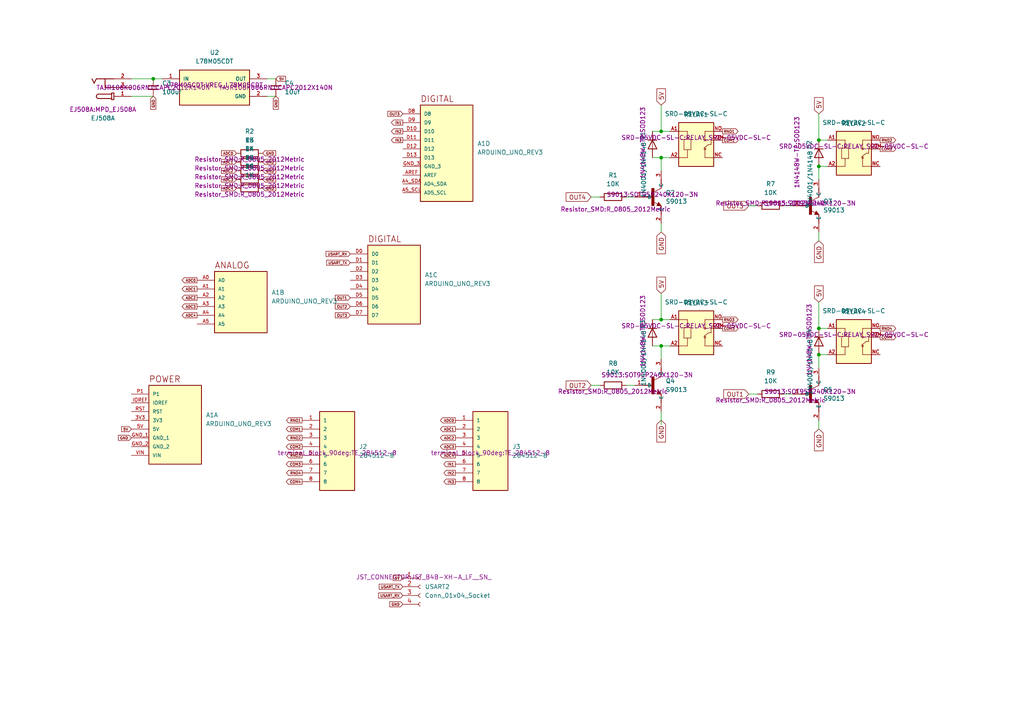
<source format=kicad_sch>
(kicad_sch (version 20250114) (generator "eeschema") (generator_version "9.0")
  (paper "A4")
  (lib_symbols
    (symbol "284512-8:284512-8" (pin_names (offset 1.016))
      (property "Reference" "J" (at -5.58 12.7 0))
      (property "Value" "284512-8" (at -5.08 -12.7 0))
      (symbol "284512-8_0_0"
        (rectangle (start -5.08 -10.16) (end 5.08 12.7) (stroke (width 0.254)) (fill (type background)))
        (pin passive line (at -10.16 10.16 0) (length 5.08) (name "1") (number "1"))
        (pin passive line (at -10.16 7.62 0) (length 5.08) (name "2") (number "2"))
        (pin passive line (at -10.16 5.08 0) (length 5.08) (name "3") (number "3"))
        (pin passive line (at -10.16 2.54 0) (length 5.08) (name "4") (number "4"))
        (pin passive line (at -10.16 0 0) (length 5.08) (name "5") (number "5"))
        (pin passive line (at -10.16 -2.54 0) (length 5.08) (name "6") (number "6"))
        (pin passive line (at -10.16 -5.08 0) (length 5.08) (name "7") (number "7"))
        (pin passive line (at -10.16 -7.62 0) (length 5.08) (name "8") (number "8"))
      )
    )
    (symbol "ARDUINO_UNO_REV3:ARDUINO_UNO_REV3" (pin_names (offset 1.016))
      (property "Reference" "A" (at -7.62 16.002 0))
      (property "Value" "ARDUINO_UNO_REV3" (at -7.62 -12.7 0))
      (symbol "ARDUINO_UNO_REV3_1_0"
        (rectangle (start -7.62 -10.16) (end 7.62 12.7) (stroke (width 0.254)) (fill (type background)))
        (text "POWER" (at -7.62 13.462 0) (effects (font (size 1.778 1.778)) (justify left bottom)))
        (pin bidirectional line (at -12.7 10.16 0) (length 5.08) (name "P1") (number "P1"))
        (pin bidirectional line (at -12.7 7.62 0) (length 5.08) (name "IOREF") (number "IOREF"))
        (pin bidirectional line (at -12.7 5.08 0) (length 5.08) (name "RST") (number "RST"))
        (pin power_in line (at -12.7 2.54 0) (length 5.08) (name "3V3") (number "3V3"))
        (pin power_in line (at -12.7 0 0) (length 5.08) (name "5V") (number "5V"))
        (pin power_in line (at -12.7 -2.54 0) (length 5.08) (name "GND_1") (number "GND_1"))
        (pin power_in line (at -12.7 -5.08 0) (length 5.08) (name "GND_2") (number "GND_2"))
        (pin power_in line (at -12.7 -7.62 0) (length 5.08) (name "VIN") (number "VIN"))
      )
      (symbol "ARDUINO_UNO_REV3_2_0"
        (rectangle (start -7.62 -10.16) (end 7.62 7.62) (stroke (width 0.254)) (fill (type background)))
        (text "ANALOG" (at -7.62 8.382 0) (effects (font (size 1.778 1.778)) (justify left bottom)))
        (pin bidirectional line (at -12.7 5.08 0) (length 5.08) (name "A0") (number "A0"))
        (pin bidirectional line (at -12.7 2.54 0) (length 5.08) (name "A1") (number "A1"))
        (pin bidirectional line (at -12.7 0 0) (length 5.08) (name "A2") (number "A2"))
        (pin bidirectional line (at -12.7 -2.54 0) (length 5.08) (name "A3") (number "A3"))
        (pin bidirectional line (at -12.7 -5.08 0) (length 5.08) (name "A4") (number "A4"))
        (pin bidirectional line (at -12.7 -7.62 0) (length 5.08) (name "A5") (number "A5"))
      )
      (symbol "ARDUINO_UNO_REV3_3_0"
        (rectangle (start -7.62 -12.7) (end 7.62 10.16) (stroke (width 0.254)) (fill (type background)))
        (text "DIGITAL" (at -7.62 10.922 0) (effects (font (size 1.778 1.778)) (justify left bottom)))
        (pin bidirectional line (at -12.7 7.62 0) (length 5.08) (name "D0") (number "D0"))
        (pin bidirectional line (at -12.7 5.08 0) (length 5.08) (name "D1") (number "D1"))
        (pin bidirectional line (at -12.7 2.54 0) (length 5.08) (name "D2") (number "D2"))
        (pin bidirectional line (at -12.7 0 0) (length 5.08) (name "D3") (number "D3"))
        (pin bidirectional line (at -12.7 -2.54 0) (length 5.08) (name "D4") (number "D4"))
        (pin bidirectional line (at -12.7 -5.08 0) (length 5.08) (name "D5") (number "D5"))
        (pin bidirectional line (at -12.7 -7.62 0) (length 5.08) (name "D6") (number "D6"))
        (pin bidirectional line (at -12.7 -10.16 0) (length 5.08) (name "D7") (number "D7"))
      )
      (symbol "ARDUINO_UNO_REV3_4_0"
        (rectangle (start -7.62 -15.24) (end 7.62 12.7) (stroke (width 0.254)) (fill (type background)))
        (text "DIGITAL" (at -7.62 13.462 0) (effects (font (size 1.778 1.778)) (justify left bottom)))
        (pin bidirectional line (at -12.7 10.16 0) (length 5.08) (name "D8") (number "D8"))
        (pin bidirectional line (at -12.7 7.62 0) (length 5.08) (name "D9") (number "D9"))
        (pin bidirectional line (at -12.7 5.08 0) (length 5.08) (name "D10") (number "D10"))
        (pin bidirectional line (at -12.7 2.54 0) (length 5.08) (name "D11") (number "D11"))
        (pin bidirectional line (at -12.7 0 0) (length 5.08) (name "D12") (number "D12"))
        (pin bidirectional line (at -12.7 -2.54 0) (length 5.08) (name "D13") (number "D13"))
        (pin power_in line (at -12.7 -5.08 0) (length 5.08) (name "GND_3") (number "GND_3"))
        (pin bidirectional line (at -12.7 -7.62 0) (length 5.08) (name "AREF") (number "AREF"))
        (pin bidirectional line (at -12.7 -10.16 0) (length 5.08) (name "AD4_SDA") (number "A4_SDA"))
        (pin bidirectional line (at -12.7 -12.7 0) (length 5.08) (name "AD5_SCL") (number "A5_SCL"))
      )
    )
    (symbol "Connector:Conn_01x04_Socket" (pin_names (offset 1.016) (hide yes))
      (property "Reference" "J" (at 0 5.08 0))
      (property "Value" "Conn_01x04_Socket" (at 0 -7.62 0))
      (symbol "Conn_01x04_Socket_1_1"
        (polyline (pts (xy -1.27 2.54) (xy -0.508 2.54)) (stroke (width 0.1524)))
        (polyline (pts (xy -1.27 0) (xy -0.508 0)) (stroke (width 0.1524)))
        (polyline (pts (xy -1.27 -2.54) (xy -0.508 -2.54)) (stroke (width 0.1524)))
        (polyline (pts (xy -1.27 -5.08) (xy -0.508 -5.08)) (stroke (width 0.1524)))
        (arc (start 0 2.032) (mid -0.5058 2.54) (end 0 3.048) (stroke (width 0.1524)))
        (arc (start 0 -0.508) (mid -0.5058 0) (end 0 0.508) (stroke (width 0.1524)))
        (arc (start 0 -3.048) (mid -0.5058 -2.54) (end 0 -2.032) (stroke (width 0.1524)))
        (arc (start 0 -5.588) (mid -0.5058 -5.08) (end 0 -4.572) (stroke (width 0.1524)))
        (pin passive line (at -5.08 2.54 0) (length 3.81) (name "Pin_1") (number "1"))
        (pin passive line (at -5.08 0 0) (length 3.81) (name "Pin_2") (number "2"))
        (pin passive line (at -5.08 -2.54 0) (length 3.81) (name "Pin_3") (number "3"))
        (pin passive line (at -5.08 -5.08 0) (length 3.81) (name "Pin_4") (number "4"))
      )
    )
    (symbol "Device:C_Small" (pin_numbers (hide yes)) (pin_names (offset 0.254) (hide yes))
      (property "Reference" "C" (at 0.254 1.778 0))
      (property "Value" "C_Small" (at 0.254 -2.032 0))
      (symbol "C_Small_0_1"
        (polyline (pts (xy -1.524 0.508) (xy 1.524 0.508)) (stroke (width 0.3048)))
        (polyline (pts (xy -1.524 -0.508) (xy 1.524 -0.508)) (stroke (width 0.3302)))
      )
      (symbol "C_Small_1_1"
        (pin passive line (at 0 2.54 270) (length 2.032) (name "~") (number "1"))
        (pin passive line (at 0 -2.54 90) (length 2.032) (name "~") (number "2"))
      )
    )
    (symbol "Device:R" (pin_numbers (hide yes)) (pin_names (offset 0))
      (property "Reference" "R" (at 2.032 0 90))
      (property "Value" "R" (at 0 0 90))
      (symbol "R_0_1"
        (rectangle (start -1.016 -2.54) (end 1.016 2.54) (stroke (width 0.254)))
      )
      (symbol "R_1_1"
        (pin passive line (at 0 3.81 270) (length 1.27) (name "~") (number "1"))
        (pin passive line (at 0 -3.81 90) (length 1.27) (name "~") (number "2"))
      )
    )
    (symbol "Diode:1N4001" (pin_numbers (hide yes)) (pin_names (hide yes))
      (property "Reference" "D" (at 0 2.54 0))
      (property "Value" "1N4001" (at 0 -2.54 0))
      (symbol "1N4001_0_1"
        (polyline (pts (xy -1.27 1.27) (xy -1.27 -1.27)) (stroke (width 0.254)))
        (polyline (pts (xy 1.27 1.27) (xy 1.27 -1.27) (xy -1.27 0) (xy 1.27 1.27)) (stroke (width 0.254)))
        (polyline (pts (xy 1.27 0) (xy -1.27 0)))
      )
      (symbol "1N4001_1_1"
        (pin passive line (at -3.81 0 0) (length 2.54) (name "K") (number "1"))
        (pin passive line (at 3.81 0 180) (length 2.54) (name "A") (number "2"))
      )
    )
    (symbol "EJ508A:EJ508A" (pin_names (offset 1.016))
      (property "Reference" "J" (at -5.08 5.08 0))
      (property "Value" "EJ508A" (at -5.08 -7.62 0))
      (symbol "EJ508A_0_0"
        (polyline (pts (xy -5.715 -1.27) (xy -6.35 -2.54)) (stroke (width 0.254)))
        (polyline (pts (xy -5.08 -2.54) (xy -5.715 -1.27)) (stroke (width 0.254)))
        (arc (start -5.08 2.54) (mid -4.894 2.989) (end -4.445 3.175) (stroke (width 0.254)))
        (arc (start -4.445 1.905) (mid -4.894 2.091) (end -5.08 2.54) (stroke (width 0.254)))
        (polyline (pts (xy -4.445 1.905) (xy -0.635 1.905)) (stroke (width 0.254)))
        (polyline (pts (xy -2.54 0) (xy -2.54 -2.54)) (stroke (width 0.254)))
        (polyline (pts (xy -2.54 -2.54) (xy -5.08 -2.54)) (stroke (width 0.254)))
        (polyline (pts (xy -0.635 3.4925) (xy 0 3.4925)) (stroke (width 0.254)))
        (polyline (pts (xy -0.635 3.175) (xy -4.445 3.175)) (stroke (width 0.254)))
        (polyline (pts (xy -0.635 3.175) (xy -0.635 3.4925)) (stroke (width 0.254)))
        (polyline (pts (xy -0.635 1.905) (xy -0.635 3.175)) (stroke (width 0.254)))
        (polyline (pts (xy -0.635 1.5875) (xy -0.635 1.905)) (stroke (width 0.254)))
        (polyline (pts (xy 0 3.4925) (xy 0 1.5875)) (stroke (width 0.254)))
        (polyline (pts (xy 0 1.5875) (xy -0.635 1.5875)) (stroke (width 0.254)))
        (polyline (pts (xy 0 0) (xy -2.54 0)) (stroke (width 0.254)))
        (polyline (pts (xy 0 -2.54) (xy -2.54 -2.54)) (stroke (width 0.254)))
        (pin passive line (at 5.08 2.54 180) (length 5.08) (name "~") (number "1"))
        (pin passive line (at 5.08 0 180) (length 5.08) (name "~") (number "3"))
        (pin passive line (at 5.08 -2.54 180) (length 5.08) (name "~") (number "2"))
      )
    )
    (symbol "L78M05CDT:L78M05CDT" (pin_names (offset 1.016))
      (property "Reference" "U" (at -10.16 6.35 0))
      (property "Value" "L78M05CDT" (at -10.16 -6.35 0))
      (symbol "L78M05CDT_0_0"
        (rectangle (start -10.16 -5.08) (end 10.16 5.08) (stroke (width 0.254)) (fill (type background)))
        (pin input line (at -15.24 2.54 0) (length 5.08) (name "IN") (number "1"))
        (pin output line (at 15.24 2.54 180) (length 5.08) (name "OUT") (number "3"))
        (pin power_in line (at 15.24 -2.54 180) (length 5.08) (name "GND") (number "2"))
      )
    )
    (symbol "S9013:S9013" (pin_names (offset 1.016))
      (property "Reference" "Q" (at 5.0809 0 0))
      (property "Value" "S9013" (at 5.0823 -2.5411 0))
      (symbol "S9013_0_0"
        (polyline (pts (xy -2.54 0) (xy 0 0)) (stroke (width 0.254)))
        (rectangle (start -0.2542 -2.5416) (end 0.508 2.54) (stroke (width 0.1)) (fill (type outline)))
        (polyline (pts (xy 1.27 -2.54) (xy 1.778 -1.524)) (stroke (width 0.1524)))
        (polyline (pts (xy 1.524 -2.286) (xy 1.905 -2.286)) (stroke (width 0.254)))
        (polyline (pts (xy 1.524 -2.413) (xy 2.286 -2.413)) (stroke (width 0.254)))
        (polyline (pts (xy 1.54 -2.04) (xy 0.308 -1.424)) (stroke (width 0.1524)))
        (polyline (pts (xy 1.778 -1.524) (xy 2.54 -2.54)) (stroke (width 0.1524)))
        (polyline (pts (xy 1.778 -1.778) (xy 1.524 -2.286)) (stroke (width 0.254)))
        (polyline (pts (xy 1.905 -2.286) (xy 1.778 -2.032)) (stroke (width 0.254)))
        (polyline (pts (xy 2.286 -2.413) (xy 1.778 -1.778)) (stroke (width 0.254)))
        (polyline (pts (xy 2.54 5.08) (xy 2.54 2.54)) (stroke (width 0.254)))
        (polyline (pts (xy 2.54 2.54) (xy 0.508 1.524)) (stroke (width 0.1524)))
        (polyline (pts (xy 2.54 -2.54) (xy 1.27 -2.54)) (stroke (width 0.1524)))
        (polyline (pts (xy 2.54 -2.54) (xy 2.54 -5.08)) (stroke (width 0.254)))
        (pin passive line (at -5.08 0 0) (length 2.54) (name "B") (number "1"))
        (pin passive line (at 2.54 7.62 270) (length 2.54) (name "C") (number "3"))
        (pin passive line (at 2.54 -7.62 90) (length 2.54) (name "E") (number "2"))
      )
    )
    (symbol "SRD-05VDC-SL-C:SRD-05VDC-SL-C" (pin_names (offset 1.016))
      (property "Reference" "K" (at -5.0809 5.843 0))
      (property "Value" "SRD-05VDC-SL-C" (at -5.0832 -10.1664 0))
      (symbol "SRD-05VDC-SL-C_0_0"
        (polyline (pts (xy -5.08 2.54) (xy -2.54 2.54)) (stroke (width 0.1524)))
        (rectangle (start -5.08 -7.62) (end 5.08 5.08) (stroke (width 0.254)) (fill (type background)))
        (polyline (pts (xy -3.556 0.254) (xy -3.556 -2.794)) (stroke (width 0.1524)))
        (polyline (pts (xy -3.556 -2.794) (xy -2.54 -2.794)) (stroke (width 0.1524)))
        (polyline (pts (xy -2.54 2.54) (xy -2.54 0.254)) (stroke (width 0.1524)))
        (polyline (pts (xy -2.54 0.254) (xy -3.556 0.254)) (stroke (width 0.1524)))
        (polyline (pts (xy -2.54 -2.794) (xy -2.54 -5.08)) (stroke (width 0.1524)))
        (polyline (pts (xy -2.54 -2.794) (xy -1.524 -2.794)) (stroke (width 0.1524)))
        (polyline (pts (xy -2.54 -5.08) (xy -5.08 -5.08)) (stroke (width 0.1524)))
        (polyline (pts (xy -1.524 0.254) (xy -2.54 0.254)) (stroke (width 0.1524)))
        (polyline (pts (xy -1.524 -2.794) (xy -1.524 0.254)) (stroke (width 0.1524)))
        (polyline (pts (xy 2.54 2.54) (xy 2.54 0)) (stroke (width 0.1524)))
        (circle (center 2.54 0) (radius 0.254) (stroke (width 0.1524)))
        (polyline (pts (xy 2.54 -2.54) (xy 2.54 -5.08)) (stroke (width 0.1524)))
        (circle (center 2.54 -2.54) (radius 0.254) (stroke (width 0.1524)))
        (polyline (pts (xy 2.54 -5.08) (xy 5.08 -5.08)) (stroke (width 0.1524)))
        (polyline (pts (xy 3.556 -1.27) (xy 2.286 -2.286)) (stroke (width 0.1524)))
        (polyline (pts (xy 3.556 -1.27) (xy 4.318 -1.27)) (stroke (width 0.1524)))
        (polyline (pts (xy 4.318 0) (xy 5.08 0)) (stroke (width 0.1524)))
        (polyline (pts (xy 4.318 -1.27) (xy 4.318 0)) (stroke (width 0.1524)))
        (polyline (pts (xy 5.08 2.54) (xy 2.54 2.54)) (stroke (width 0.1524)))
        (pin passive line (at -7.62 2.54 0) (length 2.54) (name "~") (number "A1"))
        (pin passive line (at -7.62 -5.08 0) (length 2.54) (name "~") (number "A2"))
        (pin passive line (at 7.62 2.54 180) (length 2.54) (name "~") (number "NO"))
        (pin passive line (at 7.62 0 180) (length 2.54) (name "~") (number "COM"))
        (pin passive line (at 7.62 -5.08 180) (length 2.54) (name "~") (number "NC"))
      )
    )
  )
  (junction (at 237.49 102.87))
  (junction (at 191.77 45.72))
  (junction (at 237.49 95.25))
  (junction (at 191.77 92.71))
  (junction (at 237.49 48.26))
  (junction (at 237.49 40.64))
  (junction (at 191.77 38.1))
  (junction (at 44.45 22.86))
  (junction (at 191.77 100.33))
  (wire (pts (xy 191.77 119.38) (xy 191.77 123.19)))
  (wire (pts (xy 237.49 33.02) (xy 237.49 40.64)))
  (wire (pts (xy 191.77 45.72) (xy 191.77 49.53)))
  (wire (pts (xy 191.77 30.48) (xy 191.77 38.1)))
  (wire (pts (xy 237.49 95.25) (xy 240.03 95.25)))
  (wire (pts (xy 191.77 100.33) (xy 194.31 100.33)))
  (wire (pts (xy 191.77 85.09) (xy 191.77 92.71)))
  (wire (pts (xy 191.77 64.77) (xy 191.77 67.31)))
  (wire (pts (xy 189.23 100.33) (xy 191.77 100.33)))
  (wire (pts (xy 237.49 121.92) (xy 237.49 124.46)))
  (wire (pts (xy 217.17 114.3) (xy 219.71 114.3)))
  (wire (pts (xy 80.01 22.86) (xy 77.47 22.86)))
  (wire (pts (xy 171.45 111.76) (xy 173.99 111.76)))
  (wire (pts (xy 44.45 22.86) (xy 46.99 22.86)))
  (wire (pts (xy 181.61 57.15) (xy 184.15 57.15)))
  (wire (pts (xy 38.1 22.86) (xy 44.45 22.86)))
  (wire (pts (xy 237.49 102.87) (xy 240.03 102.87)))
  (wire (pts (xy 189.23 92.71) (xy 191.77 92.71)))
  (wire (pts (xy 227.33 59.69) (xy 229.87 59.69)))
  (wire (pts (xy 191.77 38.1) (xy 194.31 38.1)))
  (wire (pts (xy 237.49 87.63) (xy 237.49 95.25)))
  (wire (pts (xy 189.23 38.1) (xy 191.77 38.1)))
  (wire (pts (xy 217.17 59.69) (xy 219.71 59.69)))
  (wire (pts (xy 237.49 67.31) (xy 237.49 69.85)))
  (wire (pts (xy 184.15 111.76) (xy 181.61 111.76)))
  (wire (pts (xy 237.49 40.64) (xy 240.03 40.64)))
  (wire (pts (xy 237.49 48.26) (xy 240.03 48.26)))
  (wire (pts (xy 237.49 102.87) (xy 237.49 106.68)))
  (wire (pts (xy 237.49 48.26) (xy 237.49 52.07)))
  (wire (pts (xy 227.33 114.3) (xy 229.87 114.3)))
  (wire (pts (xy 189.23 45.72) (xy 191.77 45.72)))
  (wire (pts (xy 191.77 92.71) (xy 194.31 92.71)))
  (wire (pts (xy 38.1 27.94) (xy 44.45 27.94)))
  (wire (pts (xy 80.01 27.94) (xy 77.47 27.94)))
  (wire (pts (xy 171.45 57.15) (xy 173.99 57.15)))
  (wire (pts (xy 191.77 100.33) (xy 191.77 104.14)))
  (wire (pts (xy 191.77 45.72) (xy 194.31 45.72)))
  (global_label "5V" (shape input) (at 237.49 33.02 90) (property "Intersheetrefs" "${INTERSHEET_REFS}" (effects (hide yes))))
  (global_label "ADC2" (shape output) (at 57.15 86.36 180) (effects (font (size 0.762 0.762))) (property "Intersheetrefs" "${INTERSHEET_REFS}" (effects (hide yes))))
  (global_label "OUT4" (shape input) (at 171.45 57.15 180) (property "Intersheetrefs" "${INTERSHEET_REFS}" (effects (hide yes))))
  (global_label "ADC4" (shape input) (at 68.58 54.61 180) (effects (font (size 0.762 0.762))) (property "Intersheetrefs" "${INTERSHEET_REFS}" (effects (hide yes))))
  (global_label "OUT1" (shape input) (at 217.17 114.3 180) (property "Intersheetrefs" "${INTERSHEET_REFS}" (effects (hide yes))))
  (global_label "RNO2" (shape output) (at 255.27 40.64 0) (effects (font (size 0.762 0.762))) (property "Intersheetrefs" "${INTERSHEET_REFS}" (effects (hide yes))))
  (global_label "IN1" (shape output) (at 116.84 35.56 180) (effects (font (size 0.762 0.762))) (property "Intersheetrefs" "${INTERSHEET_REFS}" (effects (hide yes))))
  (global_label "ADC3" (shape input) (at 68.58 52.07 180) (effects (font (size 0.762 0.762))) (property "Intersheetrefs" "${INTERSHEET_REFS}" (effects (hide yes))))
  (global_label "GND" (shape input) (at 237.49 69.85 270) (property "Intersheetrefs" "${INTERSHEET_REFS}" (effects (hide yes))))
  (global_label "5V" (shape input) (at 191.77 85.09 90) (property "Intersheetrefs" "${INTERSHEET_REFS}" (effects (hide yes))))
  (global_label "5V" (shape input) (at 116.84 167.64 180) (effects (font (size 0.762 0.762))) (property "Intersheetrefs" "${INTERSHEET_REFS}" (effects (hide yes))))
  (global_label "OUT3" (shape input) (at 217.17 59.69 180) (property "Intersheetrefs" "${INTERSHEET_REFS}" (effects (hide yes))))
  (global_label "ADC3" (shape output) (at 132.08 129.54 180) (effects (font (size 0.762 0.762))) (property "Intersheetrefs" "${INTERSHEET_REFS}" (effects (hide yes))))
  (global_label "COM2" (shape output) (at 87.63 129.54 180) (effects (font (size 0.762 0.762))) (property "Intersheetrefs" "${INTERSHEET_REFS}" (effects (hide yes))))
  (global_label "COM1" (shape output) (at 209.55 40.64 0) (effects (font (size 0.762 0.762))) (property "Intersheetrefs" "${INTERSHEET_REFS}" (effects (hide yes))))
  (global_label "ADC2" (shape input) (at 68.58 49.53 180) (effects (font (size 0.762 0.762))) (property "Intersheetrefs" "${INTERSHEET_REFS}" (effects (hide yes))))
  (global_label "COM3" (shape output) (at 209.55 95.25 0) (effects (font (size 0.762 0.762))) (property "Intersheetrefs" "${INTERSHEET_REFS}" (effects (hide yes))))
  (global_label "COM3" (shape output) (at 87.63 134.62 180) (effects (font (size 0.762 0.762))) (property "Intersheetrefs" "${INTERSHEET_REFS}" (effects (hide yes))))
  (global_label "COM4" (shape output) (at 255.27 97.79 0) (effects (font (size 0.762 0.762))) (property "Intersheetrefs" "${INTERSHEET_REFS}" (effects (hide yes))))
  (global_label "ADC3" (shape output) (at 57.15 88.9 180) (effects (font (size 0.762 0.762))) (property "Intersheetrefs" "${INTERSHEET_REFS}" (effects (hide yes))))
  (global_label "IN3" (shape output) (at 132.08 139.7 180) (effects (font (size 0.762 0.762))) (property "Intersheetrefs" "${INTERSHEET_REFS}" (effects (hide yes))))
  (global_label "OUT2" (shape input) (at 101.6 88.9 180) (effects (font (size 0.762 0.762))) (property "Intersheetrefs" "${INTERSHEET_REFS}" (effects (hide yes))))
  (global_label "RNO1" (shape output) (at 209.55 38.1 0) (effects (font (size 0.762 0.762))) (property "Intersheetrefs" "${INTERSHEET_REFS}" (effects (hide yes))))
  (global_label "GND" (shape input) (at 38.1 127 180) (effects (font (size 0.762 0.762))) (property "Intersheetrefs" "${INTERSHEET_REFS}" (effects (hide yes))))
  (global_label "RNO3" (shape output) (at 209.55 92.71 0) (effects (font (size 0.762 0.762))) (property "Intersheetrefs" "${INTERSHEET_REFS}" (effects (hide yes))))
  (global_label "5V" (shape input) (at 80.01 22.86 0) (effects (font (size 0.762 0.762))) (property "Intersheetrefs" "${INTERSHEET_REFS}" (effects (hide yes))))
  (global_label "GND" (shape input) (at 76.2 44.45 0) (effects (font (size 0.762 0.762))) (property "Intersheetrefs" "${INTERSHEET_REFS}" (effects (hide yes))))
  (global_label "ADC4" (shape output) (at 57.15 91.44 180) (effects (font (size 0.762 0.762))) (property "Intersheetrefs" "${INTERSHEET_REFS}" (effects (hide yes))))
  (global_label "RNO4" (shape output) (at 87.63 137.16 180) (effects (font (size 0.762 0.762))) (property "Intersheetrefs" "${INTERSHEET_REFS}" (effects (hide yes))))
  (global_label "IN2" (shape output) (at 132.08 137.16 180) (effects (font (size 0.762 0.762))) (property "Intersheetrefs" "${INTERSHEET_REFS}" (effects (hide yes))))
  (global_label "ADC1" (shape output) (at 132.08 124.46 180) (effects (font (size 0.762 0.762))) (property "Intersheetrefs" "${INTERSHEET_REFS}" (effects (hide yes))))
  (global_label "GND" (shape input) (at 191.77 121.92 270) (property "Intersheetrefs" "${INTERSHEET_REFS}" (effects (hide yes))))
  (global_label "ADC1" (shape input) (at 68.58 46.99 180) (effects (font (size 0.762 0.762))) (property "Intersheetrefs" "${INTERSHEET_REFS}" (effects (hide yes))))
  (global_label "IN1" (shape output) (at 132.08 134.62 180) (effects (font (size 0.762 0.762))) (property "Intersheetrefs" "${INTERSHEET_REFS}" (effects (hide yes))))
  (global_label "ADC0" (shape output) (at 132.08 121.92 180) (effects (font (size 0.762 0.762))) (property "Intersheetrefs" "${INTERSHEET_REFS}" (effects (hide yes))))
  (global_label "RNO2" (shape output) (at 87.63 127 180) (effects (font (size 0.762 0.762))) (property "Intersheetrefs" "${INTERSHEET_REFS}" (effects (hide yes))))
  (global_label "ADC1" (shape output) (at 57.15 83.82 180) (effects (font (size 0.762 0.762))) (property "Intersheetrefs" "${INTERSHEET_REFS}" (effects (hide yes))))
  (global_label "RNO1" (shape output) (at 87.63 121.92 180) (effects (font (size 0.762 0.762))) (property "Intersheetrefs" "${INTERSHEET_REFS}" (effects (hide yes))))
  (global_label "USART_TX" (shape input) (at 101.6 76.2 180) (effects (font (size 0.762 0.762))) (property "Intersheetrefs" "${INTERSHEET_REFS}" (effects (hide yes))))
  (global_label "COM4" (shape output) (at 87.63 139.7 180) (effects (font (size 0.762 0.762))) (property "Intersheetrefs" "${INTERSHEET_REFS}" (effects (hide yes))))
  (global_label "GND" (shape input) (at 76.2 52.07 0) (effects (font (size 0.762 0.762))) (property "Intersheetrefs" "${INTERSHEET_REFS}" (effects (hide yes))))
  (global_label "USART_RX" (shape input) (at 101.6 73.66 180) (effects (font (size 0.762 0.762))) (property "Intersheetrefs" "${INTERSHEET_REFS}" (effects (hide yes))))
  (global_label "OUT2" (shape input) (at 171.45 111.76 180) (property "Intersheetrefs" "${INTERSHEET_REFS}" (effects (hide yes))))
  (global_label "ADC0" (shape output) (at 57.15 81.28 180) (effects (font (size 0.762 0.762))) (property "Intersheetrefs" "${INTERSHEET_REFS}" (effects (hide yes))))
  (global_label "5V" (shape input) (at 191.77 30.48 90) (property "Intersheetrefs" "${INTERSHEET_REFS}" (effects (hide yes))))
  (global_label "GND" (shape input) (at 76.2 46.99 0) (effects (font (size 0.762 0.762))) (property "Intersheetrefs" "${INTERSHEET_REFS}" (effects (hide yes))))
  (global_label "RNO3" (shape output) (at 87.63 132.08 180) (effects (font (size 0.762 0.762))) (property "Intersheetrefs" "${INTERSHEET_REFS}" (effects (hide yes))))
  (global_label "ADC4" (shape output) (at 132.08 132.08 180) (effects (font (size 0.762 0.762))) (property "Intersheetrefs" "${INTERSHEET_REFS}" (effects (hide yes))))
  (global_label "USART_RX" (shape input) (at 116.84 172.72 180) (effects (font (size 0.762 0.762))) (property "Intersheetrefs" "${INTERSHEET_REFS}" (effects (hide yes))))
  (global_label "5V" (shape input) (at 38.1 124.46 180) (effects (font (size 0.762 0.762))) (property "Intersheetrefs" "${INTERSHEET_REFS}" (effects (hide yes))))
  (global_label "GND" (shape input) (at 237.49 124.46 270) (property "Intersheetrefs" "${INTERSHEET_REFS}" (effects (hide yes))))
  (global_label "GND" (shape input) (at 116.84 175.26 180) (effects (font (size 0.762 0.762))) (property "Intersheetrefs" "${INTERSHEET_REFS}" (effects (hide yes))))
  (global_label "ADC0" (shape input) (at 68.58 44.45 180) (effects (font (size 0.762 0.762))) (property "Intersheetrefs" "${INTERSHEET_REFS}" (effects (hide yes))))
  (global_label "USART_TX" (shape input) (at 116.84 170.18 180) (effects (font (size 0.762 0.762))) (property "Intersheetrefs" "${INTERSHEET_REFS}" (effects (hide yes))))
  (global_label "GND" (shape input) (at 76.2 49.53 0) (effects (font (size 0.762 0.762))) (property "Intersheetrefs" "${INTERSHEET_REFS}" (effects (hide yes))))
  (global_label "GND" (shape input) (at 44.45 27.94 270) (effects (font (size 0.762 0.762))) (property "Intersheetrefs" "${INTERSHEET_REFS}" (effects (hide yes))))
  (global_label "GND" (shape input) (at 80.01 27.94 270) (effects (font (size 0.762 0.762))) (property "Intersheetrefs" "${INTERSHEET_REFS}" (effects (hide yes))))
  (global_label "ADC2" (shape output) (at 132.08 127 180) (effects (font (size 0.762 0.762))) (property "Intersheetrefs" "${INTERSHEET_REFS}" (effects (hide yes))))
  (global_label "COM2" (shape output) (at 255.27 43.18 0) (effects (font (size 0.762 0.762))) (property "Intersheetrefs" "${INTERSHEET_REFS}" (effects (hide yes))))
  (global_label "COM1" (shape output) (at 87.63 124.46 180) (effects (font (size 0.762 0.762))) (property "Intersheetrefs" "${INTERSHEET_REFS}" (effects (hide yes))))
  (global_label "5V" (shape input) (at 237.49 87.63 90) (property "Intersheetrefs" "${INTERSHEET_REFS}" (effects (hide yes))))
  (global_label "IN3" (shape output) (at 116.84 40.64 180) (effects (font (size 0.762 0.762))) (property "Intersheetrefs" "${INTERSHEET_REFS}" (effects (hide yes))))
  (global_label "OUT1" (shape input) (at 101.6 86.36 180) (effects (font (size 0.762 0.762))) (property "Intersheetrefs" "${INTERSHEET_REFS}" (effects (hide yes))))
  (global_label "OUT3" (shape input) (at 116.84 33.02 180) (effects (font (size 0.762 0.762))) (property "Intersheetrefs" "${INTERSHEET_REFS}" (effects (hide yes))))
  (global_label "RNO4" (shape output) (at 255.27 95.25 0) (effects (font (size 0.762 0.762))) (property "Intersheetrefs" "${INTERSHEET_REFS}" (effects (hide yes))))
  (global_label "OUT3" (shape input) (at 101.6 91.44 180) (effects (font (size 0.762 0.762))) (property "Intersheetrefs" "${INTERSHEET_REFS}" (effects (hide yes))))
  (global_label "GND" (shape input) (at 191.77 67.31 270) (property "Intersheetrefs" "${INTERSHEET_REFS}" (effects (hide yes))))
  (global_label "GND" (shape input) (at 76.2 54.61 0) (effects (font (size 0.762 0.762))) (property "Intersheetrefs" "${INTERSHEET_REFS}" (effects (hide yes))))
  (global_label "IN2" (shape output) (at 116.84 38.1 180) (effects (font (size 0.762 0.762))) (property "Intersheetrefs" "${INTERSHEET_REFS}" (effects (hide yes))))
  (symbol (lib_id "Device:R") (at 72.39 54.61 90) (unit 1)
    (property "Reference" "R6" (at 72.39 48.26 90))
    (property "Value" "1K" (at 72.39 50.8 90))
    (property "Footprint" "Resistor_SMD:R_0805_2012Metric" (at 72.39 56.388 90))
    (property "Description" "Resistor" (effects (hide yes)))
  )
  (symbol (lib_id "Device:C_Small") (at 80.01 25.4 0) (unit 1)
    (property "Reference" "C4" (at 82.55 24.1362 0) (effects (justify left)))
    (property "Value" "10uf" (at 82.55 26.6762 0) (effects (justify left)))
    (property "Footprint" "TAJR106K006RNJ:CAPC2012X140N" (at 80.01 25.4 0))
    (property "Description" "Unpolarized capacitor, small symbol" (effects (hide yes)))
  )
  (symbol (lib_id "Device:R") (at 72.39 52.07 90) (unit 1)
    (property "Reference" "R5" (at 72.39 45.72 90))
    (property "Value" "1K" (at 72.39 48.26 90))
    (property "Footprint" "Resistor_SMD:R_0805_2012Metric" (at 72.39 53.848 90))
    (property "Description" "Resistor" (effects (hide yes)))
  )
  (symbol (lib_id "L78M05CDT:L78M05CDT") (at 62.23 25.4 0) (unit 1)
    (property "Reference" "U2" (at 62.23 15.24 0))
    (property "Value" "L78M05CDT" (at 62.23 17.78 0))
    (property "Footprint" "L78M05CDT:VREG_L78M05CDT" (at 62.23 25.4 0) (effects (justify bottom)))
    (property "MF" "STMicroelectronics" (effects (hide yes)))
    (property "MAXIMUM_PACKAGE_HEIGHT" "2.4 mm" (effects (hide yes)))
    (property "Package" "TO-252-3 STMicroelectronics" (effects (hide yes)))
    (property "Price" "None" (effects (hide yes)))
    (property "Check_prices" "https://www.snapeda.com/parts/L78M05CDT/STMicroelectronics/view-part/?ref=eda" (effects (hide yes)))
    (property "STANDARD" "Manufacturer Recommendations" (effects (hide yes)))
    (property "PARTREV" "24" (effects (hide yes)))
    (property "SnapEDA_Link" "https://www.snapeda.com/parts/L78M05CDT/STMicroelectronics/view-part/?ref=snap" (effects (hide yes)))
    (property "MP" "L78M05CDT" (effects (hide yes)))
    (property "Description_1" "7805 based precision 5V fixed regulator with output current of up to 500mA and wide temperature operating range of 0°C to 150°C." (effects (hide yes)))
    (property "Availability" "In Stock" (effects (hide yes)))
    (property "MANUFACTURER" "STMicroelectronics" (effects (hide yes)))
  )
  (symbol (lib_id "ARDUINO_UNO_REV3:ARDUINO_UNO_REV3") (at 114.3 81.28 0) (unit 3)
    (property "Reference" "A1" (at 123.19 79.7399 0) (effects (justify left)))
    (property "Value" "ARDUINO_UNO_REV3" (at 123.19 82.2799 0) (effects (justify left)))
    (property "Footprint" "ARDUINO_UNO_REV3:ARDUINO_ARDUINO_UNO_REV3" (effects (hide yes)))
    (property "MF" "Arduino" (effects (hide yes)))
    (property "MAXIMUM_PACKAGE_HEIGHT" "N/A" (effects (hide yes)))
    (property "Package" "Non-Standard Arduino" (effects (hide yes)))
    (property "Price" "None" (effects (hide yes)))
    (property "Check_prices" "https://www.snapeda.com/parts/Arduino%20Uno%20Rev3/Arduino/view-part/?ref=eda" (effects (hide yes)))
    (property "STANDARD" "Manufacturer Recommendations" (effects (hide yes)))
    (property "PARTREV" "N/A" (effects (hide yes)))
    (property "SnapEDA_Link" "https://www.snapeda.com/parts/Arduino%20Uno%20Rev3/Arduino/view-part/?ref=snap" (effects (hide yes)))
    (property "MP" "Arduino Uno Rev3" (effects (hide yes)))
    (property "Description_1" "Microcontroller board based on the ATmega328P." (effects (hide yes)))
    (property "MANUFACTURER" "Arduino" (effects (hide yes)))
    (property "Availability" "Not in stock" (effects (hide yes)))
    (property "SNAPEDA_PN" "ARDUINO UNO REV3" (effects (hide yes)))
  )
  (symbol (lib_id "SRD-05VDC-SL-C:SRD-05VDC-SL-C") (at 247.65 43.18 0) (unit 1)
    (property "Reference" "RELAY2" (at 247.65 35.814 0))
    (property "Value" "SRD-05VDC-SL-C" (at 247.65 35.56 0))
    (property "Footprint" "SRD-05VDC-SL-C:RELAY_SRD-05VDC-SL-C" (at 247.65 43.18 0) (effects (justify bottom)))
    (property "MF" "Songle Relay" (effects (hide yes)))
    (property "Description_1" "\n                        \n                            5V Trigger Relay Module For Arduino And Raspberry Pi 5V Trigger Relay Module For Arduino And Raspberry Pi\n                        \n" (effects (hide yes)))
    (property "Package" "NON STANDARD-5 Songle Relay" (effects (hide yes)))
    (property "Price" "None" (effects (hide yes)))
    (property "Check_prices" "https://www.snapeda.com/parts/SRD-05VDC-SL-C/Songle+Relay/view-part/?ref=eda" (effects (hide yes)))
    (property "STANDARD" "IPC-7251" (effects (hide yes)))
    (property "SnapEDA_Link" "https://www.snapeda.com/parts/SRD-05VDC-SL-C/Songle+Relay/view-part/?ref=snap" (effects (hide yes)))
    (property "MP" "SRD-05VDC-SL-C" (effects (hide yes)))
    (property "Availability" "In Stock" (effects (hide yes)))
    (property "MANUFACTURER" "SONGLE RELAY" (effects (hide yes)))
  )
  (symbol (lib_id "Device:R") (at 177.8 57.15 90) (unit 1)
    (property "Reference" "R1" (at 177.8 50.8 90))
    (property "Value" "10K" (at 177.8 53.34 90))
    (property "Footprint" "Resistor_SMD:R_0805_2012Metric" (at 178.562 60.706 90))
    (property "Description" "Resistor" (effects (hide yes)))
  )
  (symbol (lib_id "SRD-05VDC-SL-C:SRD-05VDC-SL-C") (at 201.93 95.25 0) (unit 1)
    (property "Reference" "RELAY3" (at 201.93 87.884 0))
    (property "Value" "SRD-05VDC-SL-C" (at 201.93 87.63 0))
    (property "Footprint" "SRD-05VDC-SL-C:RELAY_SRD-05VDC-SL-C" (at 201.93 95.25 0) (effects (justify bottom)))
    (property "MF" "Songle Relay" (effects (hide yes)))
    (property "Description_1" "\n                        \n                            5V Trigger Relay Module For Arduino And Raspberry Pi 5V Trigger Relay Module For Arduino And Raspberry Pi\n                        \n" (effects (hide yes)))
    (property "Package" "NON STANDARD-5 Songle Relay" (effects (hide yes)))
    (property "Price" "None" (effects (hide yes)))
    (property "Check_prices" "https://www.snapeda.com/parts/SRD-05VDC-SL-C/Songle+Relay/view-part/?ref=eda" (effects (hide yes)))
    (property "STANDARD" "IPC-7251" (effects (hide yes)))
    (property "SnapEDA_Link" "https://www.snapeda.com/parts/SRD-05VDC-SL-C/Songle+Relay/view-part/?ref=snap" (effects (hide yes)))
    (property "MP" "SRD-05VDC-SL-C" (effects (hide yes)))
    (property "Availability" "In Stock" (effects (hide yes)))
    (property "MANUFACTURER" "SONGLE RELAY" (effects (hide yes)))
  )
  (symbol (lib_id "S9013:S9013") (at 234.95 59.69 0) (unit 1)
    (property "Reference" "Q3" (at 238.76 58.4199 0) (effects (justify left)))
    (property "Value" "S9013" (at 238.76 60.9599 0) (effects (justify left)))
    (property "Footprint" "S9013:SOT95P240X120-3N" (at 234.95 59.69 0) (effects (justify bottom)))
    (property "MF" "MDD" (effects (hide yes)))
    (property "Description_1" "Bipolar (BJT) Transistor NPN 25 V 500 mA 150MHz 300 mW Surface Mount SOT-23" (effects (hide yes)))
    (property "Package" "None" (effects (hide yes)))
    (property "Price" "None" (effects (hide yes)))
    (property "Check_prices" "https://www.snapeda.com/parts/S9013/MDD/view-part/?ref=eda" (effects (hide yes)))
    (property "SnapEDA_Link" "https://www.snapeda.com/parts/S9013/MDD/view-part/?ref=snap" (effects (hide yes)))
    (property "MP" "S9013" (effects (hide yes)))
    (property "Availability" "In Stock" (effects (hide yes)))
    (property "MANUFACTURER" "JCET" (effects (hide yes)))
  )
  (symbol (lib_id "ARDUINO_UNO_REV3:ARDUINO_UNO_REV3") (at 129.54 43.18 0) (unit 4)
    (property "Reference" "A1" (at 138.43 41.6399 0) (effects (justify left)))
    (property "Value" "ARDUINO_UNO_REV3" (at 138.43 44.1799 0) (effects (justify left)))
    (property "Footprint" "ARDUINO_UNO_REV3:ARDUINO_ARDUINO_UNO_REV3" (effects (hide yes)))
    (property "MF" "Arduino" (effects (hide yes)))
    (property "MAXIMUM_PACKAGE_HEIGHT" "N/A" (effects (hide yes)))
    (property "Package" "Non-Standard Arduino" (effects (hide yes)))
    (property "Price" "None" (effects (hide yes)))
    (property "Check_prices" "https://www.snapeda.com/parts/Arduino%20Uno%20Rev3/Arduino/view-part/?ref=eda" (effects (hide yes)))
    (property "STANDARD" "Manufacturer Recommendations" (effects (hide yes)))
    (property "PARTREV" "N/A" (effects (hide yes)))
    (property "SnapEDA_Link" "https://www.snapeda.com/parts/Arduino%20Uno%20Rev3/Arduino/view-part/?ref=snap" (effects (hide yes)))
    (property "MP" "Arduino Uno Rev3" (effects (hide yes)))
    (property "Description_1" "Microcontroller board based on the ATmega328P." (effects (hide yes)))
    (property "MANUFACTURER" "Arduino" (effects (hide yes)))
    (property "Availability" "Not in stock" (effects (hide yes)))
    (property "SNAPEDA_PN" "ARDUINO UNO REV3" (effects (hide yes)))
  )
  (symbol (lib_id "EJ508A:EJ508A") (at 33.02 25.4 0) (mirror x) (unit 1)
    (property "Reference" "J1" (effects (hide yes)))
    (property "Value" "EJ508A" (at 29.845 34.29 0))
    (property "Footprint" "EJ508A:MPD_EJ508A" (at 29.845 31.75 0))
    (property "MF" "MPD" (effects (hide yes)))
    (property "MAXIMUM_PACKAGE_HEIGHT" "10.85 mm" (effects (hide yes)))
    (property "Package" "None" (effects (hide yes)))
    (property "Price" "None" (effects (hide yes)))
    (property "Check_prices" "https://www.snapeda.com/parts/EJ508A/MPD/view-part/?ref=eda" (effects (hide yes)))
    (property "STANDARD" "Manufacturer Recommendations" (effects (hide yes)))
    (property "PARTREV" "J" (effects (hide yes)))
    (property "SnapEDA_Link" "https://www.snapeda.com/parts/EJ508A/MPD/view-part/?ref=snap" (effects (hide yes)))
    (property "MP" "EJ508A" (effects (hide yes)))
    (property "Description_1" "Power Barrel Connector Jack 2.10mm ID (0.083), 5.50mm OD (0.217) Through Hole, Right Angle" (effects (hide yes)))
    (property "Availability" "In Stock" (effects (hide yes)))
    (property "MANUFACTURER" "MPD" (effects (hide yes)))
  )
  (symbol (lib_id "Device:R") (at 177.8 111.76 90) (unit 1)
    (property "Reference" "R8" (at 177.8 105.41 90))
    (property "Value" "10K" (at 177.8 107.95 90))
    (property "Footprint" "Resistor_SMD:R_0805_2012Metric" (at 177.8 113.538 90))
    (property "Description" "Resistor" (effects (hide yes)))
  )
  (symbol (lib_id "Device:C_Small") (at 44.45 25.4 0) (unit 1)
    (property "Reference" "C3" (at 46.99 24.1362 0) (effects (justify left)))
    (property "Value" "100uf" (at 46.99 26.6762 0) (effects (justify left)))
    (property "Footprint" "TAJR106K006RNJ:CAPC2012X140N" (at 44.45 25.4 0))
    (property "Description" "Unpolarized capacitor, small symbol" (effects (hide yes)))
  )
  (symbol (lib_id "Connector:Conn_01x04_Socket") (at 121.92 170.18 0) (unit 1)
    (property "Reference" "USART2" (at 123.19 170.1799 0) (effects (justify left)))
    (property "Value" "Conn_01x04_Socket" (at 123.19 172.7199 0) (effects (justify left)))
    (property "Footprint" "JST_CONNECTOR:JST_B4B-XH-A_LF__SN_" (at 122.936 167.386 0))
    (property "Description" "Generic connector, single row, 01x04, script generated" (effects (hide yes)))
  )
  (symbol (lib_id "SRD-05VDC-SL-C:SRD-05VDC-SL-C") (at 247.65 97.79 0) (unit 1)
    (property "Reference" "RELAY4" (at 247.65 90.424 0))
    (property "Value" "SRD-05VDC-SL-C" (at 247.65 90.17 0))
    (property "Footprint" "SRD-05VDC-SL-C:RELAY_SRD-05VDC-SL-C" (at 247.65 97.79 0) (effects (justify bottom)))
    (property "MF" "Songle Relay" (effects (hide yes)))
    (property "Description_1" "\n                        \n                            5V Trigger Relay Module For Arduino And Raspberry Pi 5V Trigger Relay Module For Arduino And Raspberry Pi\n                        \n" (effects (hide yes)))
    (property "Package" "NON STANDARD-5 Songle Relay" (effects (hide yes)))
    (property "Price" "None" (effects (hide yes)))
    (property "Check_prices" "https://www.snapeda.com/parts/SRD-05VDC-SL-C/Songle+Relay/view-part/?ref=eda" (effects (hide yes)))
    (property "STANDARD" "IPC-7251" (effects (hide yes)))
    (property "SnapEDA_Link" "https://www.snapeda.com/parts/SRD-05VDC-SL-C/Songle+Relay/view-part/?ref=snap" (effects (hide yes)))
    (property "MP" "SRD-05VDC-SL-C" (effects (hide yes)))
    (property "Availability" "In Stock" (effects (hide yes)))
    (property "MANUFACTURER" "SONGLE RELAY" (effects (hide yes)))
  )
  (symbol (lib_id "S9013:S9013") (at 234.95 114.3 0) (unit 1)
    (property "Reference" "Q5" (at 238.76 113.0299 0) (effects (justify left)))
    (property "Value" "S9013" (at 238.76 115.5699 0) (effects (justify left)))
    (property "Footprint" "S9013:SOT95P240X120-3N" (at 234.95 114.3 0) (effects (justify bottom)))
    (property "MF" "MDD" (effects (hide yes)))
    (property "Description_1" "Bipolar (BJT) Transistor NPN 25 V 500 mA 150MHz 300 mW Surface Mount SOT-23" (effects (hide yes)))
    (property "Package" "None" (effects (hide yes)))
    (property "Price" "None" (effects (hide yes)))
    (property "Check_prices" "https://www.snapeda.com/parts/S9013/MDD/view-part/?ref=eda" (effects (hide yes)))
    (property "SnapEDA_Link" "https://www.snapeda.com/parts/S9013/MDD/view-part/?ref=snap" (effects (hide yes)))
    (property "MP" "S9013" (effects (hide yes)))
    (property "Availability" "In Stock" (effects (hide yes)))
    (property "MANUFACTURER" "JCET" (effects (hide yes)))
  )
  (symbol (lib_id "284512-8:284512-8") (at 142.24 132.08 0) (unit 1)
    (property "Reference" "J3" (at 148.59 129.5399 0) (effects (justify left)))
    (property "Value" "284512-8" (at 148.59 132.0799 0) (effects (justify left)))
    (property "Footprint" "terminal_block_90deg:TE_284512-8" (at 142.24 132.08 0) (effects (justify bottom)))
    (property "Comment" "284512-8" (effects (hide yes)))
    (property "MF" "TE Connectivity" (effects (hide yes)))
    (property "Description_1" "8 Position Terminal Block Header, Male Pins, Shrouded (4 Side) 0.138 (3.50mm) 90°, Right Angle Through Hole" (effects (hide yes)))
    (property "Package" "None" (effects (hide yes)))
    (property "Price" "None" (effects (hide yes)))
    (property "Check_prices" "https://www.snapeda.com/parts/284512-8/TE+Connectivity+AMP+Connectors/view-part/?ref=eda" (effects (hide yes)))
    (property "STANDARD" "Manufacturer Recommendations" (effects (hide yes)))
    (property "PARTREV" "R" (effects (hide yes)))
    (property "SnapEDA_Link" "https://www.snapeda.com/parts/284512-8/TE+Connectivity+AMP+Connectors/view-part/?ref=snap" (effects (hide yes)))
    (property "MP" "284512-8" (effects (hide yes)))
    (property "EU_RoHS_Compliance" "Compliant" (effects (hide yes)))
    (property "Number_of_Positions" "8" (effects (hide yes)))
    (property "Availability" "In Stock" (effects (hide yes)))
    (property "Centerline_Pitch" "3.5 mm[.138 in]" (effects (hide yes)))
    (property "MANUFACTURER" "TE" (effects (hide yes)))
  )
  (symbol (lib_id "S9013:S9013") (at 189.23 111.76 0) (unit 1)
    (property "Reference" "Q4" (at 193.04 110.4899 0) (effects (justify left)))
    (property "Value" "S9013" (at 193.04 113.0299 0) (effects (justify left)))
    (property "Footprint" "S9013:SOT95P240X120-3N" (at 187.706 109.474 0) (effects (justify bottom)))
    (property "MF" "MDD" (effects (hide yes)))
    (property "Description_1" "Bipolar (BJT) Transistor NPN 25 V 500 mA 150MHz 300 mW Surface Mount SOT-23" (effects (hide yes)))
    (property "Package" "None" (effects (hide yes)))
    (property "Price" "None" (effects (hide yes)))
    (property "Check_prices" "https://www.snapeda.com/parts/S9013/MDD/view-part/?ref=eda" (effects (hide yes)))
    (property "SnapEDA_Link" "https://www.snapeda.com/parts/S9013/MDD/view-part/?ref=snap" (effects (hide yes)))
    (property "MP" "S9013" (effects (hide yes)))
    (property "Availability" "In Stock" (effects (hide yes)))
    (property "MANUFACTURER" "JCET" (effects (hide yes)))
  )
  (symbol (lib_id "Device:R") (at 223.52 59.69 90) (unit 1)
    (property "Reference" "R7" (at 223.52 53.34 90))
    (property "Value" "10K" (at 223.52 55.88 90))
    (property "Footprint" "Resistor_SMD:R_0805_2012Metric" (at 223.52 58.928 90))
    (property "Description" "Resistor" (effects (hide yes)))
  )
  (symbol (lib_id "ARDUINO_UNO_REV3:ARDUINO_UNO_REV3") (at 69.85 86.36 0) (unit 2)
    (property "Reference" "A1" (at 78.74 84.8199 0) (effects (justify left)))
    (property "Value" "ARDUINO_UNO_REV3" (at 78.74 87.3599 0) (effects (justify left)))
    (property "Footprint" "ARDUINO_UNO_REV3:ARDUINO_ARDUINO_UNO_REV3" (effects (hide yes)))
    (property "MF" "Arduino" (effects (hide yes)))
    (property "MAXIMUM_PACKAGE_HEIGHT" "N/A" (effects (hide yes)))
    (property "Package" "Non-Standard Arduino" (effects (hide yes)))
    (property "Price" "None" (effects (hide yes)))
    (property "Check_prices" "https://www.snapeda.com/parts/Arduino%20Uno%20Rev3/Arduino/view-part/?ref=eda" (effects (hide yes)))
    (property "STANDARD" "Manufacturer Recommendations" (effects (hide yes)))
    (property "PARTREV" "N/A" (effects (hide yes)))
    (property "SnapEDA_Link" "https://www.snapeda.com/parts/Arduino%20Uno%20Rev3/Arduino/view-part/?ref=snap" (effects (hide yes)))
    (property "MP" "Arduino Uno Rev3" (effects (hide yes)))
    (property "Description_1" "Microcontroller board based on the ATmega328P." (effects (hide yes)))
    (property "MANUFACTURER" "Arduino" (effects (hide yes)))
    (property "Availability" "Not in stock" (effects (hide yes)))
    (property "SNAPEDA_PN" "ARDUINO UNO REV3" (effects (hide yes)))
  )
  (symbol (lib_id "Diode:1N4001") (at 189.23 41.91 270) (unit 1)
    (property "Reference" "D1" (at 186.436 38.1 0) (effects (justify left)))
    (property "Value" "1N4001/1N4148" (at 186.69 41.148 0) (effects (justify left)))
    (property "Footprint" "1N4148W-TP:SOD123" (at 186.436 41.402 0))
    (property "Datasheet" "http://www.vishay.com/docs/88503/1n4001.pdf" (effects (hide yes)))
    (property "Description" "50V 1A General Purpose Rectifier Diode, DO-41" (effects (hide yes)))
    (property "Sim.Device" "D" (effects (hide yes)))
    (property "Sim.Pins" "1=K 2=A" (effects (hide yes)))
  )
  (symbol (lib_id "Device:R") (at 72.39 44.45 90) (unit 1)
    (property "Reference" "R2" (at 72.39 38.1 90))
    (property "Value" "1K" (at 72.39 40.64 90))
    (property "Footprint" "Resistor_SMD:R_0805_2012Metric" (at 72.39 46.228 90))
    (property "Description" "Resistor" (effects (hide yes)))
  )
  (symbol (lib_id "ARDUINO_UNO_REV3:ARDUINO_UNO_REV3") (at 50.8 124.46 0) (unit 1)
    (property "Reference" "A1" (at 59.69 120.3799 0) (effects (justify left)))
    (property "Value" "ARDUINO_UNO_REV3" (at 59.69 122.9199 0) (effects (justify left)))
    (property "Footprint" "ARDUINO_UNO_REV3:ARDUINO_ARDUINO_UNO_REV3" (effects (hide yes)))
    (property "MF" "Arduino" (effects (hide yes)))
    (property "MAXIMUM_PACKAGE_HEIGHT" "N/A" (effects (hide yes)))
    (property "Package" "Non-Standard Arduino" (effects (hide yes)))
    (property "Price" "None" (effects (hide yes)))
    (property "Check_prices" "https://www.snapeda.com/parts/Arduino%20Uno%20Rev3/Arduino/view-part/?ref=eda" (effects (hide yes)))
    (property "STANDARD" "Manufacturer Recommendations" (effects (hide yes)))
    (property "PARTREV" "N/A" (effects (hide yes)))
    (property "SnapEDA_Link" "https://www.snapeda.com/parts/Arduino%20Uno%20Rev3/Arduino/view-part/?ref=snap" (effects (hide yes)))
    (property "MP" "Arduino Uno Rev3" (effects (hide yes)))
    (property "Description_1" "Microcontroller board based on the ATmega328P." (effects (hide yes)))
    (property "MANUFACTURER" "Arduino" (effects (hide yes)))
    (property "Availability" "Not in stock" (effects (hide yes)))
    (property "SNAPEDA_PN" "ARDUINO UNO REV3" (effects (hide yes)))
  )
  (symbol (lib_id "Device:R") (at 72.39 49.53 90) (unit 1)
    (property "Reference" "R4" (at 72.39 43.18 90))
    (property "Value" "1K" (at 72.39 45.72 90))
    (property "Footprint" "Resistor_SMD:R_0805_2012Metric" (at 72.39 51.308 90))
    (property "Description" "Resistor" (effects (hide yes)))
  )
  (symbol (lib_id "Diode:1N4001") (at 237.49 99.06 270) (unit 1)
    (property "Reference" "D4" (at 234.696 95.25 0) (effects (justify left)))
    (property "Value" "1N4001/1N4148" (at 234.95 98.298 0) (effects (justify left)))
    (property "Footprint" "1N4148W-TP:SOD123" (at 234.696 98.552 0))
    (property "Datasheet" "http://www.vishay.com/docs/88503/1n4001.pdf" (effects (hide yes)))
    (property "Description" "50V 1A General Purpose Rectifier Diode, DO-41" (effects (hide yes)))
    (property "Sim.Device" "D" (effects (hide yes)))
    (property "Sim.Pins" "1=K 2=A" (effects (hide yes)))
  )
  (symbol (lib_id "284512-8:284512-8") (at 97.79 132.08 0) (unit 1)
    (property "Reference" "J2" (at 104.14 129.5399 0) (effects (justify left)))
    (property "Value" "284512-8" (at 104.14 132.0799 0) (effects (justify left)))
    (property "Footprint" "terminal_block_90deg:TE_284512-8" (at 97.79 132.08 0) (effects (justify bottom)))
    (property "Comment" "284512-8" (effects (hide yes)))
    (property "MF" "TE Connectivity" (effects (hide yes)))
    (property "Description_1" "8 Position Terminal Block Header, Male Pins, Shrouded (4 Side) 0.138 (3.50mm) 90°, Right Angle Through Hole" (effects (hide yes)))
    (property "Package" "None" (effects (hide yes)))
    (property "Price" "None" (effects (hide yes)))
    (property "Check_prices" "https://www.snapeda.com/parts/284512-8/TE+Connectivity+AMP+Connectors/view-part/?ref=eda" (effects (hide yes)))
    (property "STANDARD" "Manufacturer Recommendations" (effects (hide yes)))
    (property "PARTREV" "R" (effects (hide yes)))
    (property "SnapEDA_Link" "https://www.snapeda.com/parts/284512-8/TE+Connectivity+AMP+Connectors/view-part/?ref=snap" (effects (hide yes)))
    (property "MP" "284512-8" (effects (hide yes)))
    (property "EU_RoHS_Compliance" "Compliant" (effects (hide yes)))
    (property "Number_of_Positions" "8" (effects (hide yes)))
    (property "Availability" "In Stock" (effects (hide yes)))
    (property "Centerline_Pitch" "3.5 mm[.138 in]" (effects (hide yes)))
    (property "MANUFACTURER" "TE" (effects (hide yes)))
  )
  (symbol (lib_id "SRD-05VDC-SL-C:SRD-05VDC-SL-C") (at 201.93 40.64 0) (unit 1)
    (property "Reference" "RELAY1" (at 201.93 33.274 0))
    (property "Value" "SRD-05VDC-SL-C" (at 201.93 33.02 0))
    (property "Footprint" "SRD-05VDC-SL-C:RELAY_SRD-05VDC-SL-C" (at 201.93 40.64 0) (effects (justify bottom)))
    (property "MF" "Songle Relay" (effects (hide yes)))
    (property "Description_1" "\n                        \n                            5V Trigger Relay Module For Arduino And Raspberry Pi 5V Trigger Relay Module For Arduino And Raspberry Pi\n                        \n" (effects (hide yes)))
    (property "Package" "NON STANDARD-5 Songle Relay" (effects (hide yes)))
    (property "Price" "None" (effects (hide yes)))
    (property "Check_prices" "https://www.snapeda.com/parts/SRD-05VDC-SL-C/Songle+Relay/view-part/?ref=eda" (effects (hide yes)))
    (property "STANDARD" "IPC-7251" (effects (hide yes)))
    (property "SnapEDA_Link" "https://www.snapeda.com/parts/SRD-05VDC-SL-C/Songle+Relay/view-part/?ref=snap" (effects (hide yes)))
    (property "MP" "SRD-05VDC-SL-C" (effects (hide yes)))
    (property "Availability" "In Stock" (effects (hide yes)))
    (property "MANUFACTURER" "SONGLE RELAY" (effects (hide yes)))
  )
  (symbol (lib_id "Diode:1N4001") (at 237.49 44.45 270) (unit 1)
    (property "Reference" "D2" (at 234.696 40.64 0) (effects (justify left)))
    (property "Value" "1N4001/1N4148" (at 234.95 43.688 0) (effects (justify left)))
    (property "Footprint" "1N4148W-TP:SOD123" (at 231.14 44.196 0))
    (property "Datasheet" "http://www.vishay.com/docs/88503/1n4001.pdf" (effects (hide yes)))
    (property "Description" "50V 1A General Purpose Rectifier Diode, DO-41" (effects (hide yes)))
    (property "Sim.Device" "D" (effects (hide yes)))
    (property "Sim.Pins" "1=K 2=A" (effects (hide yes)))
  )
  (symbol (lib_id "Device:R") (at 72.39 46.99 90) (unit 1)
    (property "Reference" "R3" (at 72.39 40.64 90))
    (property "Value" "1K" (at 72.39 43.18 90))
    (property "Footprint" "Resistor_SMD:R_0805_2012Metric" (at 72.39 48.768 90))
    (property "Description" "Resistor" (effects (hide yes)))
  )
  (symbol (lib_id "Device:R") (at 223.52 114.3 90) (unit 1)
    (property "Reference" "R9" (at 223.52 107.95 90))
    (property "Value" "10K" (at 223.52 110.49 90))
    (property "Footprint" "Resistor_SMD:R_0805_2012Metric" (at 223.52 116.078 90))
    (property "Description" "Resistor" (effects (hide yes)))
  )
  (symbol (lib_id "Diode:1N4001") (at 189.23 96.52 270) (unit 1)
    (property "Reference" "D3" (at 186.436 92.71 0) (effects (justify left)))
    (property "Value" "1N4001/1N4148" (at 186.69 95.758 0) (effects (justify left)))
    (property "Footprint" "1N4148W-TP:SOD123" (at 186.436 96.012 0))
    (property "Datasheet" "http://www.vishay.com/docs/88503/1n4001.pdf" (effects (hide yes)))
    (property "Description" "50V 1A General Purpose Rectifier Diode, DO-41" (effects (hide yes)))
    (property "Sim.Device" "D" (effects (hide yes)))
    (property "Sim.Pins" "1=K 2=A" (effects (hide yes)))
  )
  (symbol (lib_id "S9013:S9013") (at 189.23 57.15 0) (unit 1)
    (property "Reference" "Q2" (at 193.04 55.8799 0) (effects (justify left)))
    (property "Value" "S9013" (at 193.04 58.4199 0) (effects (justify left)))
    (property "Footprint" "S9013:SOT95P240X120-3N" (at 189.23 57.15 0) (effects (justify bottom)))
    (property "MF" "MDD" (effects (hide yes)))
    (property "Description_1" "Bipolar (BJT) Transistor NPN 25 V 500 mA 150MHz 300 mW Surface Mount SOT-23" (effects (hide yes)))
    (property "Package" "None" (effects (hide yes)))
    (property "Price" "None" (effects (hide yes)))
    (property "Check_prices" "https://www.snapeda.com/parts/S9013/MDD/view-part/?ref=eda" (effects (hide yes)))
    (property "SnapEDA_Link" "https://www.snapeda.com/parts/S9013/MDD/view-part/?ref=snap" (effects (hide yes)))
    (property "MP" "S9013" (effects (hide yes)))
    (property "Availability" "In Stock" (effects (hide yes)))
    (property "MANUFACTURER" "JCET" (effects (hide yes)))
  )
)
</source>
